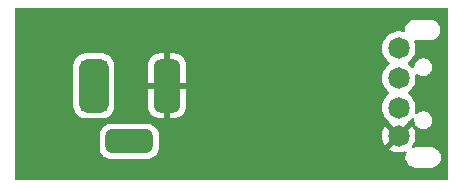
<source format=gbr>
%TF.GenerationSoftware,KiCad,Pcbnew,8.0.2-1*%
%TF.CreationDate,2024-09-02T18:13:03-04:00*%
%TF.ProjectId,usb-power,7573622d-706f-4776-9572-2e6b69636164,rev?*%
%TF.SameCoordinates,Original*%
%TF.FileFunction,Copper,L2,Bot*%
%TF.FilePolarity,Positive*%
%FSLAX46Y46*%
G04 Gerber Fmt 4.6, Leading zero omitted, Abs format (unit mm)*
G04 Created by KiCad (PCBNEW 8.0.2-1) date 2024-09-02 18:13:03*
%MOMM*%
%LPD*%
G01*
G04 APERTURE LIST*
G04 Aperture macros list*
%AMRoundRect*
0 Rectangle with rounded corners*
0 $1 Rounding radius*
0 $2 $3 $4 $5 $6 $7 $8 $9 X,Y pos of 4 corners*
0 Add a 4 corners polygon primitive as box body*
4,1,4,$2,$3,$4,$5,$6,$7,$8,$9,$2,$3,0*
0 Add four circle primitives for the rounded corners*
1,1,$1+$1,$2,$3*
1,1,$1+$1,$4,$5*
1,1,$1+$1,$6,$7*
1,1,$1+$1,$8,$9*
0 Add four rect primitives between the rounded corners*
20,1,$1+$1,$2,$3,$4,$5,0*
20,1,$1+$1,$4,$5,$6,$7,0*
20,1,$1+$1,$6,$7,$8,$9,0*
20,1,$1+$1,$8,$9,$2,$3,0*%
G04 Aperture macros list end*
%TA.AperFunction,ComponentPad*%
%ADD10C,1.824000*%
%TD*%
%TA.AperFunction,ComponentPad*%
%ADD11RoundRect,0.562500X-0.562500X1.687500X-0.562500X-1.687500X0.562500X-1.687500X0.562500X1.687500X0*%
%TD*%
%TA.AperFunction,ComponentPad*%
%ADD12RoundRect,0.500000X1.500000X0.500000X-1.500000X0.500000X-1.500000X-0.500000X1.500000X-0.500000X0*%
%TD*%
%TA.AperFunction,ComponentPad*%
%ADD13RoundRect,0.625000X0.625000X-1.625000X0.625000X1.625000X-0.625000X1.625000X-0.625000X-1.625000X0*%
%TD*%
%TA.AperFunction,ViaPad*%
%ADD14C,0.600000*%
%TD*%
G04 APERTURE END LIST*
D10*
%TO.P,J2,1,VBUS*%
%TO.N,+5V*%
X164326400Y-88839200D03*
%TO.P,J2,2,D-*%
%TO.N,unconnected-(J2-D--Pad2)*%
X164326400Y-91379200D03*
%TO.P,J2,3,D+*%
%TO.N,unconnected-(J2-D+-Pad3)*%
X164326400Y-93868400D03*
%TO.P,J2,4,GND*%
%TO.N,GND*%
X164326400Y-96256000D03*
%TD*%
D11*
%TO.P,J1,1*%
%TO.N,GND*%
X144706750Y-92031750D03*
D12*
%TO.P,J1,2*%
%TO.N,N/C*%
X141506750Y-96731750D03*
D13*
%TO.P,J1,3*%
%TO.N,+9V*%
X138506750Y-92031750D03*
%TD*%
D14*
%TO.N,GND*%
X152600000Y-89200000D03*
X159900000Y-89100000D03*
X161200000Y-89100000D03*
X162600000Y-87100000D03*
%TD*%
%TA.AperFunction,Conductor*%
%TO.N,GND*%
G36*
X168442539Y-85420185D02*
G01*
X168488294Y-85472989D01*
X168499500Y-85524500D01*
X168499500Y-99875500D01*
X168479815Y-99942539D01*
X168427011Y-99988294D01*
X168375500Y-99999500D01*
X131924500Y-99999500D01*
X131857461Y-99979815D01*
X131811706Y-99927011D01*
X131800500Y-99875500D01*
X131800500Y-96173716D01*
X139006250Y-96173716D01*
X139006250Y-97289778D01*
X139006251Y-97289784D01*
X139016863Y-97409165D01*
X139072839Y-97604795D01*
X139072840Y-97604798D01*
X139072841Y-97604799D01*
X139167052Y-97785157D01*
X139167054Y-97785159D01*
X139295640Y-97942859D01*
X139385621Y-98016228D01*
X139453343Y-98071448D01*
X139633701Y-98165659D01*
X139829332Y-98221636D01*
X139948713Y-98232250D01*
X143064786Y-98232249D01*
X143184168Y-98221636D01*
X143379799Y-98165659D01*
X143560157Y-98071448D01*
X143717859Y-97942859D01*
X143846448Y-97785157D01*
X143940659Y-97604799D01*
X143996636Y-97409168D01*
X144007250Y-97289787D01*
X144007249Y-96173714D01*
X143996636Y-96054332D01*
X143940659Y-95858701D01*
X143846448Y-95678343D01*
X143767617Y-95581664D01*
X143717859Y-95520640D01*
X143560159Y-95392054D01*
X143560160Y-95392054D01*
X143560157Y-95392052D01*
X143379799Y-95297841D01*
X143379798Y-95297840D01*
X143379795Y-95297839D01*
X143262579Y-95264300D01*
X143184168Y-95241864D01*
X143184165Y-95241863D01*
X143184163Y-95241863D01*
X143117852Y-95235967D01*
X143064787Y-95231250D01*
X143064782Y-95231250D01*
X139948721Y-95231250D01*
X139948715Y-95231250D01*
X139948714Y-95231251D01*
X139937066Y-95232286D01*
X139829334Y-95241863D01*
X139633704Y-95297839D01*
X139543522Y-95344946D01*
X139453343Y-95392052D01*
X139453341Y-95392053D01*
X139453340Y-95392054D01*
X139295640Y-95520640D01*
X139172502Y-95671659D01*
X139167052Y-95678343D01*
X139133026Y-95743482D01*
X139072839Y-95858704D01*
X139016864Y-96054333D01*
X139016863Y-96054336D01*
X139006250Y-96173716D01*
X131800500Y-96173716D01*
X131800500Y-90320802D01*
X136756250Y-90320802D01*
X136756250Y-93742698D01*
X136759126Y-93790976D01*
X136759126Y-93790980D01*
X136759127Y-93790981D01*
X136804813Y-94000999D01*
X136804816Y-94001010D01*
X136889427Y-94198595D01*
X136889428Y-94198597D01*
X136889429Y-94198598D01*
X136892264Y-94202787D01*
X137009901Y-94376598D01*
X137009909Y-94376607D01*
X137161892Y-94528590D01*
X137161901Y-94528598D01*
X137259270Y-94594498D01*
X137339902Y-94649071D01*
X137537491Y-94733684D01*
X137747524Y-94779374D01*
X137795802Y-94782250D01*
X137795814Y-94782250D01*
X139217686Y-94782250D01*
X139217698Y-94782250D01*
X139265976Y-94779374D01*
X139476009Y-94733684D01*
X139673598Y-94649071D01*
X139851605Y-94528593D01*
X140003593Y-94376605D01*
X140010062Y-94367048D01*
X140047045Y-94312404D01*
X140124071Y-94198598D01*
X140208684Y-94001009D01*
X140254374Y-93790976D01*
X140257250Y-93742698D01*
X140257250Y-90320802D01*
X140255537Y-90292054D01*
X143081750Y-90292054D01*
X143081750Y-91781750D01*
X144406750Y-91781750D01*
X144406750Y-92281750D01*
X143081750Y-92281750D01*
X143081750Y-93771445D01*
X143097122Y-93927535D01*
X143157879Y-94127822D01*
X143256541Y-94312404D01*
X143389313Y-94474187D01*
X143551096Y-94606959D01*
X143735678Y-94705621D01*
X143935965Y-94766378D01*
X144092055Y-94781751D01*
X144456750Y-94781751D01*
X144456750Y-93148738D01*
X144466690Y-93165955D01*
X144522545Y-93221810D01*
X144590954Y-93261306D01*
X144667254Y-93281750D01*
X144746246Y-93281750D01*
X144822546Y-93261306D01*
X144890955Y-93221810D01*
X144946810Y-93165955D01*
X144956750Y-93148738D01*
X144956750Y-94781751D01*
X145321445Y-94781751D01*
X145477534Y-94766378D01*
X145677821Y-94705621D01*
X145862403Y-94606959D01*
X146024186Y-94474187D01*
X146156958Y-94312404D01*
X146255620Y-94127822D01*
X146316377Y-93927535D01*
X146331750Y-93771445D01*
X146331750Y-92281750D01*
X145006750Y-92281750D01*
X145006750Y-91781750D01*
X146331750Y-91781750D01*
X146331750Y-90292054D01*
X146316377Y-90135964D01*
X146255620Y-89935677D01*
X146156958Y-89751095D01*
X146024186Y-89589312D01*
X145862403Y-89456540D01*
X145677821Y-89357878D01*
X145477534Y-89297121D01*
X145321445Y-89281749D01*
X144956750Y-89281749D01*
X144956750Y-90914761D01*
X144946810Y-90897545D01*
X144890955Y-90841690D01*
X144822546Y-90802194D01*
X144746246Y-90781750D01*
X144667254Y-90781750D01*
X144590954Y-90802194D01*
X144522545Y-90841690D01*
X144466690Y-90897545D01*
X144456750Y-90914761D01*
X144456750Y-89281749D01*
X144092055Y-89281749D01*
X143935965Y-89297121D01*
X143735678Y-89357878D01*
X143551096Y-89456540D01*
X143389313Y-89589312D01*
X143256541Y-89751095D01*
X143157879Y-89935677D01*
X143097122Y-90135964D01*
X143081750Y-90292054D01*
X140255537Y-90292054D01*
X140254374Y-90272524D01*
X140208684Y-90062491D01*
X140124991Y-89867051D01*
X140124072Y-89864904D01*
X140003598Y-89686901D01*
X140003590Y-89686892D01*
X139851607Y-89534909D01*
X139851598Y-89534901D01*
X139673595Y-89414427D01*
X139476010Y-89329816D01*
X139475999Y-89329813D01*
X139265981Y-89284127D01*
X139265980Y-89284126D01*
X139265976Y-89284126D01*
X139217698Y-89281250D01*
X137795802Y-89281250D01*
X137747524Y-89284126D01*
X137747519Y-89284126D01*
X137747518Y-89284127D01*
X137537500Y-89329813D01*
X137537489Y-89329816D01*
X137339904Y-89414427D01*
X137161901Y-89534901D01*
X137161892Y-89534909D01*
X137009909Y-89686892D01*
X137009901Y-89686901D01*
X136889427Y-89864904D01*
X136804816Y-90062489D01*
X136804813Y-90062500D01*
X136775226Y-90198513D01*
X136759126Y-90272524D01*
X136756250Y-90320802D01*
X131800500Y-90320802D01*
X131800500Y-88839194D01*
X162909059Y-88839194D01*
X162909059Y-88839205D01*
X162928389Y-89072483D01*
X162928389Y-89072486D01*
X162928390Y-89072487D01*
X162985854Y-89299410D01*
X163079886Y-89513780D01*
X163207919Y-89709749D01*
X163366461Y-89881972D01*
X163435462Y-89935677D01*
X163532682Y-90011347D01*
X163573495Y-90068057D01*
X163577169Y-90137830D01*
X163542537Y-90198513D01*
X163532682Y-90207053D01*
X163366463Y-90336426D01*
X163366458Y-90336431D01*
X163207919Y-90508651D01*
X163079884Y-90704623D01*
X162985854Y-90918989D01*
X162928389Y-91145916D01*
X162909059Y-91379194D01*
X162909059Y-91379205D01*
X162928389Y-91612483D01*
X162928389Y-91612486D01*
X162928390Y-91612487D01*
X162985854Y-91839410D01*
X163079886Y-92053780D01*
X163207919Y-92249749D01*
X163366461Y-92421972D01*
X163428627Y-92470358D01*
X163500048Y-92525947D01*
X163540861Y-92582657D01*
X163544534Y-92652430D01*
X163509903Y-92713114D01*
X163500048Y-92721653D01*
X163366463Y-92825626D01*
X163366458Y-92825631D01*
X163207919Y-92997851D01*
X163079884Y-93193823D01*
X162985854Y-93408189D01*
X162928389Y-93635116D01*
X162909059Y-93868394D01*
X162909059Y-93868405D01*
X162928389Y-94101683D01*
X162985854Y-94328610D01*
X163048568Y-94471584D01*
X163079886Y-94542980D01*
X163207919Y-94738949D01*
X163366461Y-94911172D01*
X163425906Y-94957440D01*
X163471252Y-94992734D01*
X163512065Y-95049444D01*
X163518307Y-95094355D01*
X164156165Y-95732212D01*
X164114108Y-95743482D01*
X163988692Y-95815890D01*
X163886290Y-95918292D01*
X163813882Y-96043708D01*
X163802612Y-96085765D01*
X163166542Y-95449695D01*
X163080326Y-95581660D01*
X163080324Y-95581664D01*
X162986328Y-95795954D01*
X162928884Y-96022799D01*
X162909561Y-96255994D01*
X162909561Y-96256005D01*
X162928884Y-96489200D01*
X162986328Y-96716045D01*
X163080326Y-96930340D01*
X163166541Y-97062303D01*
X163802612Y-96426233D01*
X163813882Y-96468292D01*
X163886290Y-96593708D01*
X163988692Y-96696110D01*
X164114108Y-96768518D01*
X164156165Y-96779787D01*
X163519050Y-97416901D01*
X163519050Y-97416902D01*
X163551460Y-97442128D01*
X163757260Y-97553502D01*
X163757269Y-97553505D01*
X163978584Y-97629483D01*
X164209399Y-97668000D01*
X164443401Y-97668000D01*
X164674215Y-97629483D01*
X164822321Y-97578638D01*
X164892119Y-97575488D01*
X164952541Y-97610574D01*
X164984401Y-97672756D01*
X164977586Y-97742293D01*
X164977145Y-97743371D01*
X164932185Y-97851913D01*
X164932182Y-97851925D01*
X164899500Y-98016228D01*
X164899500Y-98183771D01*
X164932182Y-98348074D01*
X164932184Y-98348082D01*
X164996295Y-98502860D01*
X165089373Y-98642162D01*
X165207837Y-98760626D01*
X165300494Y-98822537D01*
X165347137Y-98853703D01*
X165501918Y-98917816D01*
X165666228Y-98950499D01*
X165666232Y-98950500D01*
X165666233Y-98950500D01*
X167133768Y-98950500D01*
X167133769Y-98950499D01*
X167298082Y-98917816D01*
X167452863Y-98853703D01*
X167592162Y-98760626D01*
X167710626Y-98642162D01*
X167803703Y-98502863D01*
X167867816Y-98348082D01*
X167900500Y-98183767D01*
X167900500Y-98016233D01*
X167867816Y-97851918D01*
X167803703Y-97697137D01*
X167758498Y-97629483D01*
X167710626Y-97557837D01*
X167592162Y-97439373D01*
X167452860Y-97346295D01*
X167298082Y-97282184D01*
X167298074Y-97282182D01*
X167133771Y-97249500D01*
X167133767Y-97249500D01*
X165666233Y-97249500D01*
X165633546Y-97256001D01*
X165608176Y-97261048D01*
X165538585Y-97254819D01*
X165483408Y-97211956D01*
X165460164Y-97146066D01*
X165476232Y-97078069D01*
X165480178Y-97071608D01*
X165572472Y-96930342D01*
X165666471Y-96716045D01*
X165723915Y-96489200D01*
X165743239Y-96256005D01*
X165743239Y-96255994D01*
X165723915Y-96022799D01*
X165666471Y-95795954D01*
X165572473Y-95581659D01*
X165486256Y-95449694D01*
X164850187Y-96085764D01*
X164838918Y-96043708D01*
X164766510Y-95918292D01*
X164664108Y-95815890D01*
X164538692Y-95743482D01*
X164496634Y-95732212D01*
X165134937Y-95093908D01*
X165149437Y-95030143D01*
X165181539Y-94992740D01*
X165286339Y-94911172D01*
X165441735Y-94742365D01*
X165501619Y-94706378D01*
X165571457Y-94708478D01*
X165629073Y-94748001D01*
X165656175Y-94812401D01*
X165654580Y-94850540D01*
X165649500Y-94876081D01*
X165649500Y-94876082D01*
X165649500Y-95023918D01*
X165649500Y-95023920D01*
X165649499Y-95023920D01*
X165678340Y-95168907D01*
X165678343Y-95168917D01*
X165734912Y-95305488D01*
X165734919Y-95305501D01*
X165817048Y-95428415D01*
X165817051Y-95428419D01*
X165921580Y-95532948D01*
X165921584Y-95532951D01*
X166044498Y-95615080D01*
X166044511Y-95615087D01*
X166181082Y-95671656D01*
X166181087Y-95671658D01*
X166181091Y-95671658D01*
X166181092Y-95671659D01*
X166326079Y-95700500D01*
X166326082Y-95700500D01*
X166473920Y-95700500D01*
X166585321Y-95678340D01*
X166618913Y-95671658D01*
X166755495Y-95615084D01*
X166878416Y-95532951D01*
X166982951Y-95428416D01*
X167065084Y-95305495D01*
X167121658Y-95168913D01*
X167144327Y-95054950D01*
X167150500Y-95023920D01*
X167150500Y-94876079D01*
X167121659Y-94731092D01*
X167121658Y-94731091D01*
X167121658Y-94731087D01*
X167111110Y-94705621D01*
X167065087Y-94594511D01*
X167065080Y-94594498D01*
X166982951Y-94471584D01*
X166982948Y-94471580D01*
X166878419Y-94367051D01*
X166878415Y-94367048D01*
X166755501Y-94284919D01*
X166755488Y-94284912D01*
X166618917Y-94228343D01*
X166618907Y-94228340D01*
X166473920Y-94199500D01*
X166473918Y-94199500D01*
X166326082Y-94199500D01*
X166326080Y-94199500D01*
X166181092Y-94228340D01*
X166181082Y-94228343D01*
X166044511Y-94284912D01*
X166044498Y-94284919D01*
X165921584Y-94367048D01*
X165921579Y-94367052D01*
X165885999Y-94402632D01*
X165824676Y-94436117D01*
X165754984Y-94431131D01*
X165699051Y-94389259D01*
X165674635Y-94323795D01*
X165678113Y-94284510D01*
X165724410Y-94101687D01*
X165743741Y-93868400D01*
X165737325Y-93790976D01*
X165724410Y-93635116D01*
X165724410Y-93635113D01*
X165666946Y-93408190D01*
X165572914Y-93193820D01*
X165444881Y-92997851D01*
X165286339Y-92825628D01*
X165251381Y-92798419D01*
X165152752Y-92721653D01*
X165111939Y-92664943D01*
X165108264Y-92595170D01*
X165142896Y-92534487D01*
X165152752Y-92525947D01*
X165198529Y-92490316D01*
X165286339Y-92421972D01*
X165444881Y-92249749D01*
X165572914Y-92053780D01*
X165666946Y-91839410D01*
X165724410Y-91612487D01*
X165743741Y-91379200D01*
X165743741Y-91379194D01*
X165724168Y-91142986D01*
X165738249Y-91074550D01*
X165787094Y-91024591D01*
X165855195Y-91008970D01*
X165916635Y-91029644D01*
X166044498Y-91115080D01*
X166044511Y-91115087D01*
X166118940Y-91145916D01*
X166181087Y-91171658D01*
X166181091Y-91171658D01*
X166181092Y-91171659D01*
X166326079Y-91200500D01*
X166326082Y-91200500D01*
X166473920Y-91200500D01*
X166571462Y-91181096D01*
X166618913Y-91171658D01*
X166755495Y-91115084D01*
X166878416Y-91032951D01*
X166982951Y-90928416D01*
X167065084Y-90805495D01*
X167074920Y-90781750D01*
X167106866Y-90704623D01*
X167121658Y-90668913D01*
X167150500Y-90523918D01*
X167150500Y-90376082D01*
X167150500Y-90376079D01*
X167121659Y-90231092D01*
X167121658Y-90231091D01*
X167121658Y-90231087D01*
X167111703Y-90207053D01*
X167065087Y-90094511D01*
X167065080Y-90094498D01*
X166982951Y-89971584D01*
X166982948Y-89971580D01*
X166878419Y-89867051D01*
X166878415Y-89867048D01*
X166755501Y-89784919D01*
X166755488Y-89784912D01*
X166618917Y-89728343D01*
X166618907Y-89728340D01*
X166473920Y-89699500D01*
X166473918Y-89699500D01*
X166326082Y-89699500D01*
X166326080Y-89699500D01*
X166181092Y-89728340D01*
X166181082Y-89728343D01*
X166044511Y-89784912D01*
X166044498Y-89784919D01*
X165921584Y-89867048D01*
X165921580Y-89867051D01*
X165817051Y-89971580D01*
X165817048Y-89971584D01*
X165734919Y-90094498D01*
X165734912Y-90094511D01*
X165678343Y-90231082D01*
X165678340Y-90231092D01*
X165649500Y-90376079D01*
X165649500Y-90413141D01*
X165629815Y-90480180D01*
X165577011Y-90525935D01*
X165507853Y-90535879D01*
X165444297Y-90506854D01*
X165434270Y-90497124D01*
X165356958Y-90413141D01*
X165286339Y-90336428D01*
X165151003Y-90231092D01*
X165120118Y-90207053D01*
X165079305Y-90150343D01*
X165075630Y-90080570D01*
X165110262Y-90019887D01*
X165120118Y-90011347D01*
X165217338Y-89935677D01*
X165286339Y-89881972D01*
X165444881Y-89709749D01*
X165572914Y-89513780D01*
X165666946Y-89299410D01*
X165724410Y-89072487D01*
X165743741Y-88839200D01*
X165724410Y-88605913D01*
X165666946Y-88378990D01*
X165642960Y-88324309D01*
X165634058Y-88255011D01*
X165664035Y-88191898D01*
X165723374Y-88155011D01*
X165756517Y-88150500D01*
X167082968Y-88150500D01*
X167082969Y-88150499D01*
X167247282Y-88117816D01*
X167402063Y-88053703D01*
X167541362Y-87960626D01*
X167659826Y-87842162D01*
X167752903Y-87702863D01*
X167817016Y-87548082D01*
X167849700Y-87383767D01*
X167849700Y-87216233D01*
X167817016Y-87051918D01*
X167752903Y-86897137D01*
X167721737Y-86850494D01*
X167659826Y-86757837D01*
X167541362Y-86639373D01*
X167402060Y-86546295D01*
X167247282Y-86482184D01*
X167247274Y-86482182D01*
X167082971Y-86449500D01*
X167082967Y-86449500D01*
X165615433Y-86449500D01*
X165615428Y-86449500D01*
X165451125Y-86482182D01*
X165451117Y-86482184D01*
X165296339Y-86546295D01*
X165157037Y-86639373D01*
X165038573Y-86757837D01*
X164945495Y-86897139D01*
X164881384Y-87051917D01*
X164881382Y-87051925D01*
X164848700Y-87216228D01*
X164848700Y-87351414D01*
X164829015Y-87418453D01*
X164776211Y-87464208D01*
X164707053Y-87474152D01*
X164684442Y-87468697D01*
X164674339Y-87465229D01*
X164443443Y-87426700D01*
X164209357Y-87426700D01*
X163978460Y-87465229D01*
X163757068Y-87541234D01*
X163757059Y-87541237D01*
X163551185Y-87652651D01*
X163420821Y-87754117D01*
X163366461Y-87796428D01*
X163366458Y-87796430D01*
X163366458Y-87796431D01*
X163207919Y-87968651D01*
X163079884Y-88164623D01*
X162985854Y-88378989D01*
X162928389Y-88605916D01*
X162909059Y-88839194D01*
X131800500Y-88839194D01*
X131800500Y-85524500D01*
X131820185Y-85457461D01*
X131872989Y-85411706D01*
X131924500Y-85400500D01*
X168375500Y-85400500D01*
X168442539Y-85420185D01*
G37*
%TD.AperFunction*%
%TD*%
M02*

</source>
